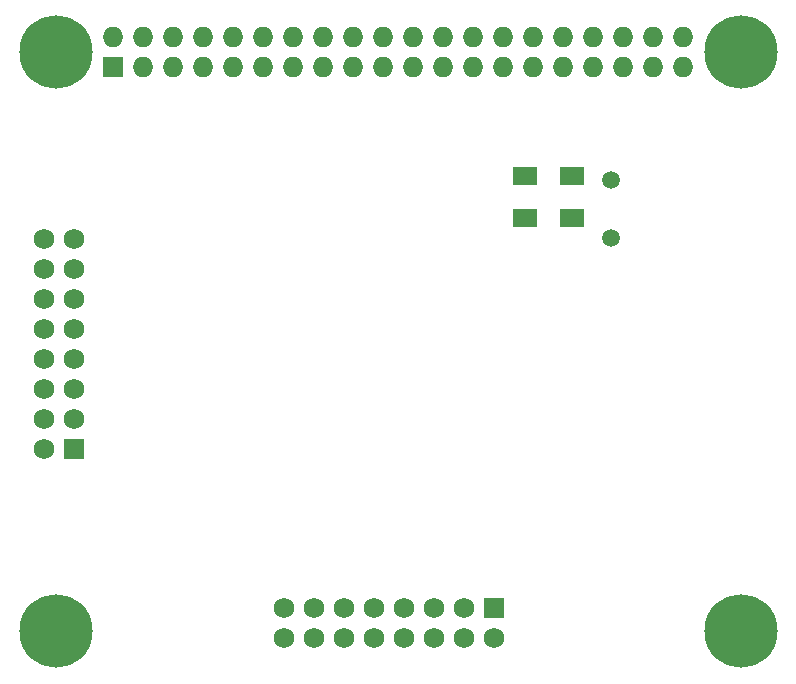
<source format=gbs>
G04 #@! TF.FileFunction,Soldermask,Bot*
%FSLAX46Y46*%
G04 Gerber Fmt 4.6, Leading zero omitted, Abs format (unit mm)*
G04 Created by KiCad (PCBNEW 4.0.2-1.fc23-product) date Wed 14 Dec 2016 11:24:26 GMT*
%MOMM*%
G01*
G04 APERTURE LIST*
%ADD10C,0.100000*%
%ADD11R,1.727200X1.727200*%
%ADD12C,1.727200*%
%ADD13O,1.727200X1.727200*%
%ADD14C,6.200000*%
%ADD15R,2.000000X1.600000*%
%ADD16C,1.501140*%
G04 APERTURE END LIST*
D10*
D11*
X135890000Y-98044000D03*
D12*
X135890000Y-100584000D03*
X133350000Y-98044000D03*
X133350000Y-100584000D03*
X130810000Y-98044000D03*
X130810000Y-100584000D03*
X128270000Y-98044000D03*
X128270000Y-100584000D03*
X125730000Y-98044000D03*
X125730000Y-100584000D03*
X123190000Y-98044000D03*
X123190000Y-100584000D03*
X120650000Y-98044000D03*
X120650000Y-100584000D03*
X118110000Y-98044000D03*
X118110000Y-100584000D03*
D11*
X103620000Y-52260000D03*
D13*
X103620000Y-49720000D03*
X106160000Y-52260000D03*
X106160000Y-49720000D03*
X108700000Y-52260000D03*
X108700000Y-49720000D03*
X111240000Y-52260000D03*
X111240000Y-49720000D03*
X113780000Y-52260000D03*
X113780000Y-49720000D03*
X116320000Y-52260000D03*
X116320000Y-49720000D03*
X118860000Y-52260000D03*
X118860000Y-49720000D03*
X121400000Y-52260000D03*
X121400000Y-49720000D03*
X123940000Y-52260000D03*
X123940000Y-49720000D03*
X126480000Y-52260000D03*
X126480000Y-49720000D03*
X129020000Y-52260000D03*
X129020000Y-49720000D03*
X131560000Y-52260000D03*
X131560000Y-49720000D03*
X134100000Y-52260000D03*
X134100000Y-49720000D03*
X136640000Y-52260000D03*
X136640000Y-49720000D03*
X139180000Y-52260000D03*
X139180000Y-49720000D03*
X141720000Y-52260000D03*
X141720000Y-49720000D03*
X144260000Y-52260000D03*
X144260000Y-49720000D03*
X146800000Y-52260000D03*
X146800000Y-49720000D03*
X149340000Y-52260000D03*
X149340000Y-49720000D03*
X151880000Y-52260000D03*
X151880000Y-49720000D03*
D14*
X156750000Y-50990000D03*
X156750000Y-99990000D03*
X98750000Y-99990000D03*
X98750000Y-50990000D03*
D15*
X142462000Y-65024000D03*
X138462000Y-65024000D03*
X142462000Y-61468000D03*
X138462000Y-61468000D03*
D16*
X145796000Y-61821060D03*
X145796000Y-66702940D03*
D11*
X100330000Y-84582000D03*
D12*
X97790000Y-84582000D03*
X100330000Y-82042000D03*
X97790000Y-82042000D03*
X100330000Y-79502000D03*
X97790000Y-79502000D03*
X100330000Y-76962000D03*
X97790000Y-76962000D03*
X100330000Y-74422000D03*
X97790000Y-74422000D03*
X100330000Y-71882000D03*
X97790000Y-71882000D03*
X100330000Y-69342000D03*
X97790000Y-69342000D03*
X100330000Y-66802000D03*
X97790000Y-66802000D03*
M02*

</source>
